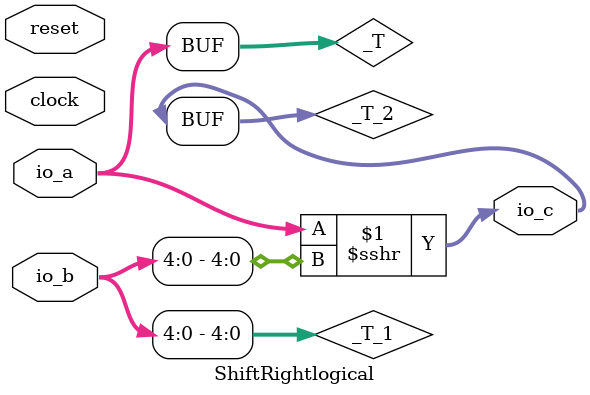
<source format=v>
module ShiftRightlogical(
  input         clock,
  input         reset,
  input  [31:0] io_a,
  input  [31:0] io_b,
  output [31:0] io_c
);
  wire [31:0] _T; // @[Test.scala 11:23]
  wire [4:0] _T_1; // @[Test.scala 11:33]
  wire [31:0] _T_2; // @[Test.scala 11:26]
  assign _T = $signed(io_a); // @[Test.scala 11:23]
  assign _T_1 = io_b[4:0]; // @[Test.scala 11:33]
  assign _T_2 = $signed(_T) >>> _T_1; // @[Test.scala 11:26]
  assign io_c = $unsigned(_T_2); // @[Test.scala 11:8]
endmodule

</source>
